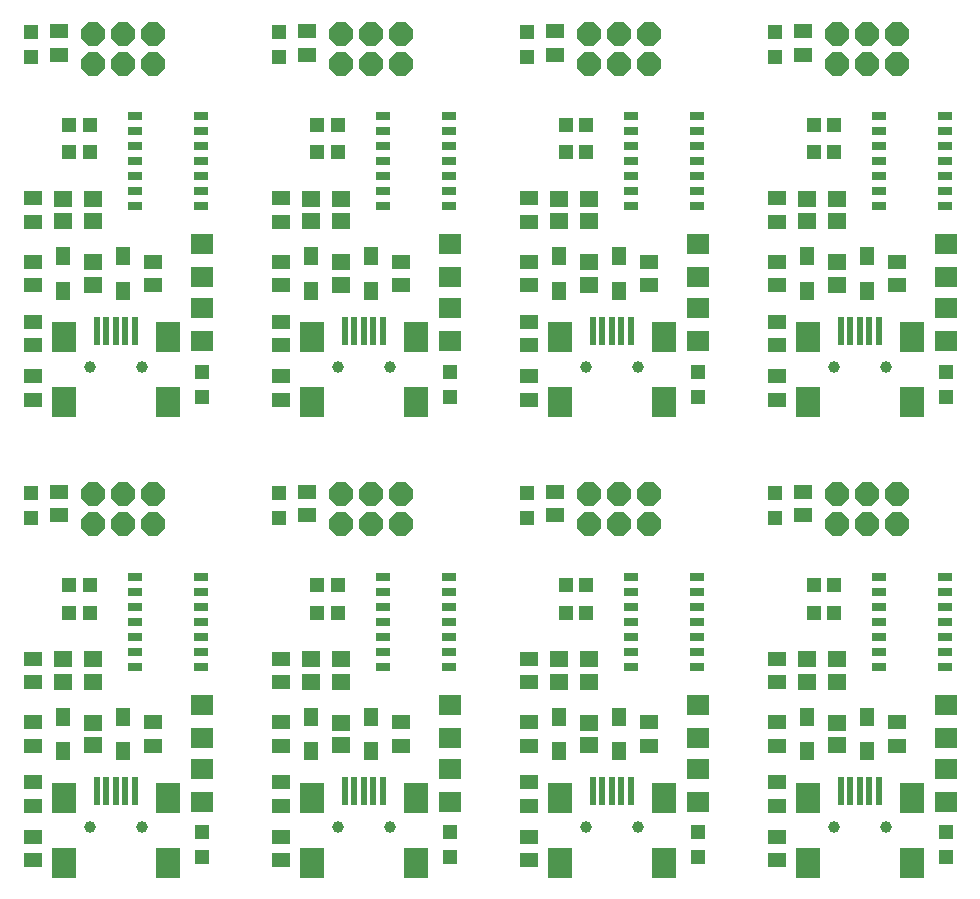
<source format=gts>
%MOIN*%
%OFA0B0*%
%FSLAX44Y44*%
%IPPOS*%
%LPD*%
%AMOC8*
5,1,8,0,0,$1,112.5*%
%AMOC80*
5,1,8,0,0,$1,112.5*%
%AMOC81*
5,1,8,0,0,$1,112.5*%
%AMOC80*
5,1,8,0,0,$1,112.5*%
%AMOC81*
5,1,8,0,0,$1,112.5*%
%AMOC80*
5,1,8,0,0,$1,112.5*%
%AMOC81*
5,1,8,0,0,$1,112.5*%
%AMOC80*
5,1,8,0,0,$1,112.5*%
%ADD10R,0.059118110236220475X0.047307086614173231*%
%ADD11R,0.051244094488188986X0.051244094488188986*%
%ADD12P,0.084426417322834652X8X202.5*%
%ADD13R,0.082740157480314963X0.098488188976377955*%
%ADD14R,0.023685039370078743X0.094866141732283471*%
%ADD15C,0.039433070866141735*%
%ADD16R,0.051244094488188986X0.027622047244094491*%
%ADD17R,0.051244094488188986X0.063055118110236216*%
%ADD18R,0.074866141732283467X0.066992125984251971*%
%ADD19R,0.063055118110236216X0.055181102362204727*%
%ADD20R,0.047307086614173231X0.051244094488188986*%
%ADD31R,0.059118110236220475X0.047307086614173231*%
%ADD32R,0.051244094488188986X0.051244094488188986*%
%ADD33P,0.084426417322834652X8X202.5*%
%ADD34R,0.082740157480314963X0.098488188976377955*%
%ADD35R,0.023685039370078743X0.094866141732283471*%
%ADD36C,0.039433070866141735*%
%ADD37R,0.051244094488188986X0.027622047244094491*%
%ADD38R,0.051244094488188986X0.063055118110236216*%
%ADD39R,0.074866141732283467X0.066992125984251971*%
%ADD40R,0.063055118110236216X0.055181102362204727*%
%ADD41R,0.047307086614173231X0.051244094488188986*%
%ADD42R,0.059118110236220475X0.047307086614173231*%
%ADD43R,0.051244094488188986X0.051244094488188986*%
%ADD44P,0.084426417322834652X8X202.5*%
%ADD45R,0.082740157480314963X0.098488188976377955*%
%ADD46R,0.023685039370078743X0.094866141732283471*%
%ADD47C,0.039433070866141735*%
%ADD48R,0.051244094488188986X0.027622047244094491*%
%ADD49R,0.051244094488188986X0.063055118110236216*%
%ADD50R,0.074866141732283467X0.066992125984251971*%
%ADD51R,0.063055118110236216X0.055181102362204727*%
%ADD52R,0.047307086614173231X0.051244094488188986*%
%ADD53R,0.059118110236220475X0.047307086614173231*%
%ADD54R,0.051244094488188986X0.051244094488188986*%
%ADD55P,0.084426417322834652X8X202.5*%
%ADD56R,0.082740157480314963X0.098488188976377955*%
%ADD57R,0.023685039370078743X0.094866141732283471*%
%ADD58C,0.039433070866141735*%
%ADD59R,0.051244094488188986X0.027622047244094491*%
%ADD60R,0.051244094488188986X0.063055118110236216*%
%ADD61R,0.074866141732283467X0.066992125984251971*%
%ADD62R,0.063055118110236216X0.055181102362204727*%
%ADD63R,0.047307086614173231X0.051244094488188986*%
%ADD64R,0.059118110236220475X0.047307086614173231*%
%ADD65R,0.051244094488188986X0.051244094488188986*%
%ADD66P,0.084426417322834652X8X202.5*%
%ADD67R,0.082740157480314963X0.098488188976377955*%
%ADD68R,0.023685039370078743X0.094866141732283471*%
%ADD69C,0.039433070866141735*%
%ADD70R,0.051244094488188986X0.027622047244094491*%
%ADD71R,0.051244094488188986X0.063055118110236216*%
%ADD72R,0.074866141732283467X0.066992125984251971*%
%ADD73R,0.063055118110236216X0.055181102362204727*%
%ADD74R,0.047307086614173231X0.051244094488188986*%
%ADD75R,0.059118110236220475X0.047307086614173231*%
%ADD76R,0.051244094488188986X0.051244094488188986*%
%ADD77P,0.084426417322834652X8X202.5*%
%ADD78R,0.082740157480314963X0.098488188976377955*%
%ADD79R,0.023685039370078743X0.094866141732283471*%
%ADD80C,0.039433070866141735*%
%ADD81R,0.051244094488188986X0.027622047244094491*%
%ADD82R,0.051244094488188986X0.063055118110236216*%
%ADD83R,0.074866141732283467X0.066992125984251971*%
%ADD84R,0.063055118110236216X0.055181102362204727*%
%ADD85R,0.047307086614173231X0.051244094488188986*%
%ADD86R,0.059118110236220475X0.047307086614173231*%
%ADD87R,0.051244094488188986X0.051244094488188986*%
%ADD88P,0.084426417322834652X8X202.5*%
%ADD89R,0.082740157480314963X0.098488188976377955*%
%ADD90R,0.023685039370078743X0.094866141732283471*%
%ADD91C,0.039433070866141735*%
%ADD92R,0.051244094488188986X0.027622047244094491*%
%ADD93R,0.051244094488188986X0.063055118110236216*%
%ADD94R,0.074866141732283467X0.066992125984251971*%
%ADD95R,0.063055118110236216X0.055181102362204727*%
%ADD96R,0.047307086614173231X0.051244094488188986*%
%ADD97R,0.059118110236220475X0.047307086614173231*%
%ADD98R,0.051244094488188986X0.051244094488188986*%
%ADD99P,0.084426417322834652X8X202.5*%
%ADD100R,0.082740157480314963X0.098488188976377955*%
%ADD101R,0.023685039370078743X0.094866141732283471*%
%ADD102C,0.039433070866141735*%
%ADD103R,0.051244094488188986X0.027622047244094491*%
%ADD104R,0.051244094488188986X0.063055118110236216*%
%ADD105R,0.074866141732283467X0.066992125984251971*%
%ADD106R,0.063055118110236216X0.055181102362204727*%
%ADD107R,0.047307086614173231X0.051244094488188986*%
G75*
G01*
D10*
X00010236Y00006692D02*
X00003736Y00007486D03*
X00003736Y00008274D03*
D11*
X00009358Y00008418D03*
X00009358Y00007592D03*
D12*
X00007736Y00019692D03*
X00007736Y00018692D03*
X00006736Y00019692D03*
X00006736Y00018692D03*
X00005736Y00019692D03*
X00005736Y00018692D03*
D13*
X00004763Y00009570D03*
D14*
X00005866Y00009792D03*
X00006181Y00009792D03*
X00006496Y00009792D03*
X00006811Y00009792D03*
X00007125Y00009792D03*
D13*
X00004763Y00007405D03*
X00008228Y00009570D03*
X00008228Y00007405D03*
D15*
X00005629Y00008586D03*
X00007362Y00008586D03*
D16*
X00007133Y00016942D03*
X00007133Y00016442D03*
X00007133Y00015942D03*
X00007133Y00015442D03*
X00007133Y00014942D03*
X00007133Y00014442D03*
X00007133Y00013942D03*
X00009338Y00013942D03*
X00009338Y00014442D03*
X00009338Y00014942D03*
X00009338Y00015442D03*
X00009338Y00015942D03*
X00009338Y00016442D03*
X00009338Y00016942D03*
D17*
X00006736Y00011122D03*
X00006736Y00012263D03*
X00004736Y00011122D03*
X00004736Y00012263D03*
D18*
X00009361Y00011579D03*
X00009361Y00012681D03*
D10*
X00003736Y00012086D03*
X00003736Y00011299D03*
X00007736Y00012086D03*
X00007736Y00011299D03*
X00003736Y00009299D03*
X00003736Y00010086D03*
D19*
X00005736Y00011318D03*
X00005736Y00012066D03*
X00005736Y00014191D03*
X00005736Y00013443D03*
X00004736Y00014191D03*
X00004736Y00013443D03*
D10*
X00003736Y00013424D03*
X00003736Y00014211D03*
D20*
X00004954Y00016655D03*
X00004954Y00015730D03*
X00005643Y00015730D03*
X00005643Y00016655D03*
D18*
X00009359Y00009428D03*
X00009359Y00010531D03*
D11*
X00003673Y00018904D03*
X00003673Y00019731D03*
D10*
X00004611Y00019774D03*
X00004611Y00018986D03*
G04 next file*
G04 EAGLE Gerber X2 export*
G75*
G01*
D31*
X00018503Y00006692D02*
X00012003Y00007486D03*
X00012003Y00008274D03*
D32*
X00017626Y00008418D03*
X00017626Y00007592D03*
D33*
X00016003Y00019692D03*
X00016003Y00018692D03*
X00015003Y00019692D03*
X00015003Y00018692D03*
X00014003Y00019692D03*
X00014003Y00018692D03*
D34*
X00013031Y00009570D03*
D35*
X00014133Y00009792D03*
X00014448Y00009792D03*
X00014763Y00009792D03*
X00015078Y00009792D03*
X00015393Y00009792D03*
D34*
X00013031Y00007405D03*
X00016496Y00009570D03*
X00016496Y00007405D03*
D36*
X00013897Y00008586D03*
X00015629Y00008586D03*
D37*
X00015401Y00016942D03*
X00015401Y00016442D03*
X00015401Y00015942D03*
X00015401Y00015442D03*
X00015401Y00014942D03*
X00015401Y00014442D03*
X00015401Y00013942D03*
X00017606Y00013942D03*
X00017606Y00014442D03*
X00017606Y00014942D03*
X00017606Y00015442D03*
X00017606Y00015942D03*
X00017606Y00016442D03*
X00017606Y00016942D03*
D38*
X00015003Y00011122D03*
X00015003Y00012263D03*
X00013003Y00011122D03*
X00013003Y00012263D03*
D39*
X00017628Y00011579D03*
X00017628Y00012681D03*
D31*
X00012003Y00012086D03*
X00012003Y00011299D03*
X00016003Y00012086D03*
X00016003Y00011299D03*
X00012003Y00009299D03*
X00012003Y00010086D03*
D40*
X00014003Y00011318D03*
X00014003Y00012066D03*
X00014003Y00014191D03*
X00014003Y00013443D03*
X00013003Y00014191D03*
X00013003Y00013443D03*
D31*
X00012003Y00013424D03*
X00012003Y00014211D03*
D41*
X00013221Y00016655D03*
X00013221Y00015730D03*
X00013910Y00015730D03*
X00013910Y00016655D03*
D39*
X00017627Y00009428D03*
X00017627Y00010531D03*
D32*
X00011941Y00018904D03*
X00011941Y00019731D03*
D31*
X00012878Y00019774D03*
X00012878Y00018986D03*
G04 next file*
G04 EAGLE Gerber X2 export*
G75*
G01*
D42*
X00010236Y00022047D02*
X00003736Y00022841D03*
X00003736Y00023628D03*
D43*
X00009358Y00023773D03*
X00009358Y00022946D03*
D44*
X00007736Y00035047D03*
X00007736Y00034047D03*
X00006736Y00035047D03*
X00006736Y00034047D03*
X00005736Y00035047D03*
X00005736Y00034047D03*
D45*
X00004763Y00024925D03*
D46*
X00005866Y00025147D03*
X00006181Y00025147D03*
X00006496Y00025147D03*
X00006811Y00025147D03*
X00007125Y00025147D03*
D45*
X00004763Y00022759D03*
X00008228Y00024925D03*
X00008228Y00022759D03*
D47*
X00005629Y00023940D03*
X00007362Y00023940D03*
D48*
X00007133Y00032297D03*
X00007133Y00031797D03*
X00007133Y00031297D03*
X00007133Y00030797D03*
X00007133Y00030297D03*
X00007133Y00029797D03*
X00007133Y00029297D03*
X00009338Y00029297D03*
X00009338Y00029797D03*
X00009338Y00030297D03*
X00009338Y00030797D03*
X00009338Y00031297D03*
X00009338Y00031797D03*
X00009338Y00032297D03*
D49*
X00006736Y00026476D03*
X00006736Y00027618D03*
X00004736Y00026476D03*
X00004736Y00027618D03*
D50*
X00009361Y00026933D03*
X00009361Y00028035D03*
D42*
X00003736Y00027440D03*
X00003736Y00026653D03*
X00007736Y00027440D03*
X00007736Y00026653D03*
X00003736Y00024653D03*
X00003736Y00025440D03*
D51*
X00005736Y00026673D03*
X00005736Y00027421D03*
X00005736Y00029546D03*
X00005736Y00028798D03*
X00004736Y00029546D03*
X00004736Y00028798D03*
D42*
X00003736Y00028778D03*
X00003736Y00029565D03*
D52*
X00004954Y00032009D03*
X00004954Y00031084D03*
X00005643Y00031084D03*
X00005643Y00032009D03*
D50*
X00009359Y00024782D03*
X00009359Y00025885D03*
D43*
X00003673Y00034258D03*
X00003673Y00035085D03*
D42*
X00004611Y00035128D03*
X00004611Y00034341D03*
G04 next file*
G04 EAGLE Gerber X2 export*
G75*
G01*
D53*
X00018503Y00022047D02*
X00012003Y00022841D03*
X00012003Y00023628D03*
D54*
X00017626Y00023773D03*
X00017626Y00022946D03*
D55*
X00016003Y00035047D03*
X00016003Y00034047D03*
X00015003Y00035047D03*
X00015003Y00034047D03*
X00014003Y00035047D03*
X00014003Y00034047D03*
D56*
X00013031Y00024925D03*
D57*
X00014133Y00025147D03*
X00014448Y00025147D03*
X00014763Y00025147D03*
X00015078Y00025147D03*
X00015393Y00025147D03*
D56*
X00013031Y00022759D03*
X00016496Y00024925D03*
X00016496Y00022759D03*
D58*
X00013897Y00023940D03*
X00015629Y00023940D03*
D59*
X00015401Y00032297D03*
X00015401Y00031797D03*
X00015401Y00031297D03*
X00015401Y00030797D03*
X00015401Y00030297D03*
X00015401Y00029797D03*
X00015401Y00029297D03*
X00017606Y00029297D03*
X00017606Y00029797D03*
X00017606Y00030297D03*
X00017606Y00030797D03*
X00017606Y00031297D03*
X00017606Y00031797D03*
X00017606Y00032297D03*
D60*
X00015003Y00026476D03*
X00015003Y00027618D03*
X00013003Y00026476D03*
X00013003Y00027618D03*
D61*
X00017628Y00026933D03*
X00017628Y00028035D03*
D53*
X00012003Y00027440D03*
X00012003Y00026653D03*
X00016003Y00027440D03*
X00016003Y00026653D03*
X00012003Y00024653D03*
X00012003Y00025440D03*
D62*
X00014003Y00026673D03*
X00014003Y00027421D03*
X00014003Y00029546D03*
X00014003Y00028798D03*
X00013003Y00029546D03*
X00013003Y00028798D03*
D53*
X00012003Y00028778D03*
X00012003Y00029565D03*
D63*
X00013221Y00032009D03*
X00013221Y00031084D03*
X00013910Y00031084D03*
X00013910Y00032009D03*
D61*
X00017627Y00024782D03*
X00017627Y00025885D03*
D54*
X00011941Y00034258D03*
X00011941Y00035085D03*
D53*
X00012878Y00035128D03*
X00012878Y00034341D03*
G04 next file*
G04 EAGLE Gerber X2 export*
G75*
G01*
D64*
X00026771Y00022047D02*
X00020271Y00022841D03*
X00020271Y00023628D03*
D65*
X00025894Y00023773D03*
X00025894Y00022946D03*
D66*
X00024271Y00035047D03*
X00024271Y00034047D03*
X00023271Y00035047D03*
X00023271Y00034047D03*
X00022271Y00035047D03*
X00022271Y00034047D03*
D67*
X00021299Y00024925D03*
D68*
X00022401Y00025147D03*
X00022716Y00025147D03*
X00023031Y00025147D03*
X00023346Y00025147D03*
X00023661Y00025147D03*
D67*
X00021299Y00022759D03*
X00024763Y00024925D03*
X00024763Y00022759D03*
D69*
X00022165Y00023940D03*
X00023897Y00023940D03*
D70*
X00023669Y00032297D03*
X00023669Y00031797D03*
X00023669Y00031297D03*
X00023669Y00030797D03*
X00023669Y00030297D03*
X00023669Y00029797D03*
X00023669Y00029297D03*
X00025874Y00029297D03*
X00025874Y00029797D03*
X00025874Y00030297D03*
X00025874Y00030797D03*
X00025874Y00031297D03*
X00025874Y00031797D03*
X00025874Y00032297D03*
D71*
X00023271Y00026476D03*
X00023271Y00027618D03*
X00021271Y00026476D03*
X00021271Y00027618D03*
D72*
X00025896Y00026933D03*
X00025896Y00028035D03*
D64*
X00020271Y00027440D03*
X00020271Y00026653D03*
X00024271Y00027440D03*
X00024271Y00026653D03*
X00020271Y00024653D03*
X00020271Y00025440D03*
D73*
X00022271Y00026673D03*
X00022271Y00027421D03*
X00022271Y00029546D03*
X00022271Y00028798D03*
X00021271Y00029546D03*
X00021271Y00028798D03*
D64*
X00020271Y00028778D03*
X00020271Y00029565D03*
D74*
X00021489Y00032009D03*
X00021489Y00031084D03*
X00022178Y00031084D03*
X00022178Y00032009D03*
D72*
X00025895Y00024782D03*
X00025895Y00025885D03*
D65*
X00020209Y00034258D03*
X00020209Y00035085D03*
D64*
X00021146Y00035128D03*
X00021146Y00034341D03*
G04 next file*
G04 EAGLE Gerber X2 export*
G75*
G01*
D75*
X00035039Y00022047D02*
X00028539Y00022841D03*
X00028539Y00023628D03*
D76*
X00034161Y00023773D03*
X00034161Y00022946D03*
D77*
X00032539Y00035047D03*
X00032539Y00034047D03*
X00031539Y00035047D03*
X00031539Y00034047D03*
X00030539Y00035047D03*
X00030539Y00034047D03*
D78*
X00029566Y00024925D03*
D79*
X00030669Y00025147D03*
X00030984Y00025147D03*
X00031299Y00025147D03*
X00031614Y00025147D03*
X00031929Y00025147D03*
D78*
X00029566Y00022759D03*
X00033031Y00024925D03*
X00033031Y00022759D03*
D80*
X00030433Y00023940D03*
X00032165Y00023940D03*
D81*
X00031937Y00032297D03*
X00031937Y00031797D03*
X00031937Y00031297D03*
X00031937Y00030797D03*
X00031937Y00030297D03*
X00031937Y00029797D03*
X00031937Y00029297D03*
X00034141Y00029297D03*
X00034141Y00029797D03*
X00034141Y00030297D03*
X00034141Y00030797D03*
X00034141Y00031297D03*
X00034141Y00031797D03*
X00034141Y00032297D03*
D82*
X00031539Y00026476D03*
X00031539Y00027618D03*
X00029539Y00026476D03*
X00029539Y00027618D03*
D83*
X00034164Y00026933D03*
X00034164Y00028035D03*
D75*
X00028539Y00027440D03*
X00028539Y00026653D03*
X00032539Y00027440D03*
X00032539Y00026653D03*
X00028539Y00024653D03*
X00028539Y00025440D03*
D84*
X00030539Y00026673D03*
X00030539Y00027421D03*
X00030539Y00029546D03*
X00030539Y00028798D03*
X00029539Y00029546D03*
X00029539Y00028798D03*
D75*
X00028539Y00028778D03*
X00028539Y00029565D03*
D85*
X00029757Y00032009D03*
X00029757Y00031084D03*
X00030446Y00031084D03*
X00030446Y00032009D03*
D83*
X00034162Y00024782D03*
X00034162Y00025885D03*
D76*
X00028476Y00034258D03*
X00028476Y00035085D03*
D75*
X00029414Y00035128D03*
X00029414Y00034341D03*
G04 next file*
G04 EAGLE Gerber X2 export*
G75*
G01*
D86*
X00026771Y00006692D02*
X00020271Y00007486D03*
X00020271Y00008274D03*
D87*
X00025894Y00008418D03*
X00025894Y00007592D03*
D88*
X00024271Y00019692D03*
X00024271Y00018692D03*
X00023271Y00019692D03*
X00023271Y00018692D03*
X00022271Y00019692D03*
X00022271Y00018692D03*
D89*
X00021299Y00009570D03*
D90*
X00022401Y00009792D03*
X00022716Y00009792D03*
X00023031Y00009792D03*
X00023346Y00009792D03*
X00023661Y00009792D03*
D89*
X00021299Y00007405D03*
X00024763Y00009570D03*
X00024763Y00007405D03*
D91*
X00022165Y00008586D03*
X00023897Y00008586D03*
D92*
X00023669Y00016942D03*
X00023669Y00016442D03*
X00023669Y00015942D03*
X00023669Y00015442D03*
X00023669Y00014942D03*
X00023669Y00014442D03*
X00023669Y00013942D03*
X00025874Y00013942D03*
X00025874Y00014442D03*
X00025874Y00014942D03*
X00025874Y00015442D03*
X00025874Y00015942D03*
X00025874Y00016442D03*
X00025874Y00016942D03*
D93*
X00023271Y00011122D03*
X00023271Y00012263D03*
X00021271Y00011122D03*
X00021271Y00012263D03*
D94*
X00025896Y00011579D03*
X00025896Y00012681D03*
D86*
X00020271Y00012086D03*
X00020271Y00011299D03*
X00024271Y00012086D03*
X00024271Y00011299D03*
X00020271Y00009299D03*
X00020271Y00010086D03*
D95*
X00022271Y00011318D03*
X00022271Y00012066D03*
X00022271Y00014191D03*
X00022271Y00013443D03*
X00021271Y00014191D03*
X00021271Y00013443D03*
D86*
X00020271Y00013424D03*
X00020271Y00014211D03*
D96*
X00021489Y00016655D03*
X00021489Y00015730D03*
X00022178Y00015730D03*
X00022178Y00016655D03*
D94*
X00025895Y00009428D03*
X00025895Y00010531D03*
D87*
X00020209Y00018904D03*
X00020209Y00019731D03*
D86*
X00021146Y00019774D03*
X00021146Y00018986D03*
G04 next file*
G04 EAGLE Gerber X2 export*
G75*
G01*
D97*
X00035039Y00006692D02*
X00028539Y00007486D03*
X00028539Y00008274D03*
D98*
X00034161Y00008418D03*
X00034161Y00007592D03*
D99*
X00032539Y00019692D03*
X00032539Y00018692D03*
X00031539Y00019692D03*
X00031539Y00018692D03*
X00030539Y00019692D03*
X00030539Y00018692D03*
D100*
X00029566Y00009570D03*
D101*
X00030669Y00009792D03*
X00030984Y00009792D03*
X00031299Y00009792D03*
X00031614Y00009792D03*
X00031929Y00009792D03*
D100*
X00029566Y00007405D03*
X00033031Y00009570D03*
X00033031Y00007405D03*
D102*
X00030433Y00008586D03*
X00032165Y00008586D03*
D103*
X00031937Y00016942D03*
X00031937Y00016442D03*
X00031937Y00015942D03*
X00031937Y00015442D03*
X00031937Y00014942D03*
X00031937Y00014442D03*
X00031937Y00013942D03*
X00034141Y00013942D03*
X00034141Y00014442D03*
X00034141Y00014942D03*
X00034141Y00015442D03*
X00034141Y00015942D03*
X00034141Y00016442D03*
X00034141Y00016942D03*
D104*
X00031539Y00011122D03*
X00031539Y00012263D03*
X00029539Y00011122D03*
X00029539Y00012263D03*
D105*
X00034164Y00011579D03*
X00034164Y00012681D03*
D97*
X00028539Y00012086D03*
X00028539Y00011299D03*
X00032539Y00012086D03*
X00032539Y00011299D03*
X00028539Y00009299D03*
X00028539Y00010086D03*
D106*
X00030539Y00011318D03*
X00030539Y00012066D03*
X00030539Y00014191D03*
X00030539Y00013443D03*
X00029539Y00014191D03*
X00029539Y00013443D03*
D97*
X00028539Y00013424D03*
X00028539Y00014211D03*
D107*
X00029757Y00016655D03*
X00029757Y00015730D03*
X00030446Y00015730D03*
X00030446Y00016655D03*
D105*
X00034162Y00009428D03*
X00034162Y00010531D03*
D98*
X00028476Y00018904D03*
X00028476Y00019731D03*
D97*
X00029414Y00019774D03*
X00029414Y00018986D03*
G04 next file*
M02*
</source>
